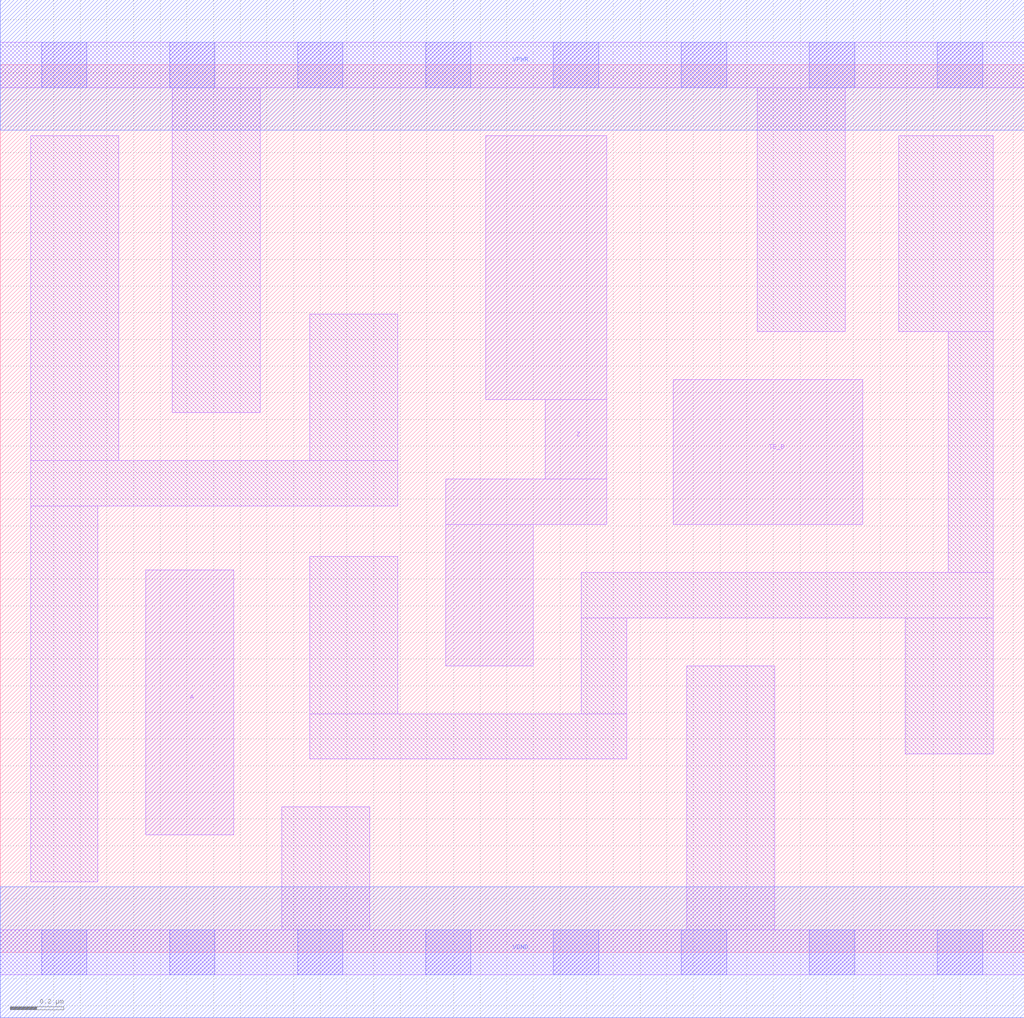
<source format=lef>
# Copyright 2020 The SkyWater PDK Authors
#
# Licensed under the Apache License, Version 2.0 (the "License");
# you may not use this file except in compliance with the License.
# You may obtain a copy of the License at
#
#     https://www.apache.org/licenses/LICENSE-2.0
#
# Unless required by applicable law or agreed to in writing, software
# distributed under the License is distributed on an "AS IS" BASIS,
# WITHOUT WARRANTIES OR CONDITIONS OF ANY KIND, either express or implied.
# See the License for the specific language governing permissions and
# limitations under the License.
#
# SPDX-License-Identifier: Apache-2.0

VERSION 5.7 ;
  NAMESCASESENSITIVE ON ;
  NOWIREEXTENSIONATPIN ON ;
  DIVIDERCHAR "/" ;
  BUSBITCHARS "[]" ;
UNITS
  DATABASE MICRONS 200 ;
END UNITS
MACRO sky130_fd_sc_lp__ebufn_lp2
  CLASS CORE ;
  SOURCE USER ;
  FOREIGN sky130_fd_sc_lp__ebufn_lp2 ;
  ORIGIN  0.000000  0.000000 ;
  SIZE  3.840000 BY  3.330000 ;
  SYMMETRY X Y R90 ;
  SITE unit ;
  PIN A
    ANTENNAGATEAREA  0.376000 ;
    DIRECTION INPUT ;
    USE SIGNAL ;
    PORT
      LAYER li1 ;
        RECT 0.545000 0.440000 0.875000 1.435000 ;
    END
  END A
  PIN TE_B
    ANTENNAGATEAREA  0.626000 ;
    DIRECTION INPUT ;
    USE SIGNAL ;
    PORT
      LAYER li1 ;
        RECT 2.525000 1.605000 3.235000 2.150000 ;
    END
  END TE_B
  PIN Z
    ANTENNADIFFAREA  0.404700 ;
    DIRECTION OUTPUT ;
    USE SIGNAL ;
    PORT
      LAYER li1 ;
        RECT 1.670000 1.075000 2.000000 1.605000 ;
        RECT 1.670000 1.605000 2.275000 1.775000 ;
        RECT 1.820000 2.075000 2.275000 3.065000 ;
        RECT 2.045000 1.775000 2.275000 2.075000 ;
    END
  END Z
  PIN VGND
    DIRECTION INOUT ;
    USE GROUND ;
    PORT
      LAYER met1 ;
        RECT 0.000000 -0.245000 3.840000 0.245000 ;
    END
  END VGND
  PIN VPWR
    DIRECTION INOUT ;
    USE POWER ;
    PORT
      LAYER met1 ;
        RECT 0.000000 3.085000 3.840000 3.575000 ;
    END
  END VPWR
  OBS
    LAYER li1 ;
      RECT 0.000000 -0.085000 3.840000 0.085000 ;
      RECT 0.000000  3.245000 3.840000 3.415000 ;
      RECT 0.115000  0.265000 0.365000 1.675000 ;
      RECT 0.115000  1.675000 1.490000 1.845000 ;
      RECT 0.115000  1.845000 0.445000 3.065000 ;
      RECT 0.645000  2.025000 0.975000 3.245000 ;
      RECT 1.055000  0.085000 1.385000 0.545000 ;
      RECT 1.160000  0.725000 2.350000 0.895000 ;
      RECT 1.160000  0.895000 1.490000 1.485000 ;
      RECT 1.160000  1.845000 1.490000 2.395000 ;
      RECT 2.180000  0.895000 2.350000 1.255000 ;
      RECT 2.180000  1.255000 3.725000 1.425000 ;
      RECT 2.575000  0.085000 2.905000 1.075000 ;
      RECT 2.840000  2.330000 3.170000 3.245000 ;
      RECT 3.370000  2.330000 3.725000 3.065000 ;
      RECT 3.395000  0.745000 3.725000 1.255000 ;
      RECT 3.555000  1.425000 3.725000 2.330000 ;
    LAYER mcon ;
      RECT 0.155000 -0.085000 0.325000 0.085000 ;
      RECT 0.155000  3.245000 0.325000 3.415000 ;
      RECT 0.635000 -0.085000 0.805000 0.085000 ;
      RECT 0.635000  3.245000 0.805000 3.415000 ;
      RECT 1.115000 -0.085000 1.285000 0.085000 ;
      RECT 1.115000  3.245000 1.285000 3.415000 ;
      RECT 1.595000 -0.085000 1.765000 0.085000 ;
      RECT 1.595000  3.245000 1.765000 3.415000 ;
      RECT 2.075000 -0.085000 2.245000 0.085000 ;
      RECT 2.075000  3.245000 2.245000 3.415000 ;
      RECT 2.555000 -0.085000 2.725000 0.085000 ;
      RECT 2.555000  3.245000 2.725000 3.415000 ;
      RECT 3.035000 -0.085000 3.205000 0.085000 ;
      RECT 3.035000  3.245000 3.205000 3.415000 ;
      RECT 3.515000 -0.085000 3.685000 0.085000 ;
      RECT 3.515000  3.245000 3.685000 3.415000 ;
  END
END sky130_fd_sc_lp__ebufn_lp2

</source>
